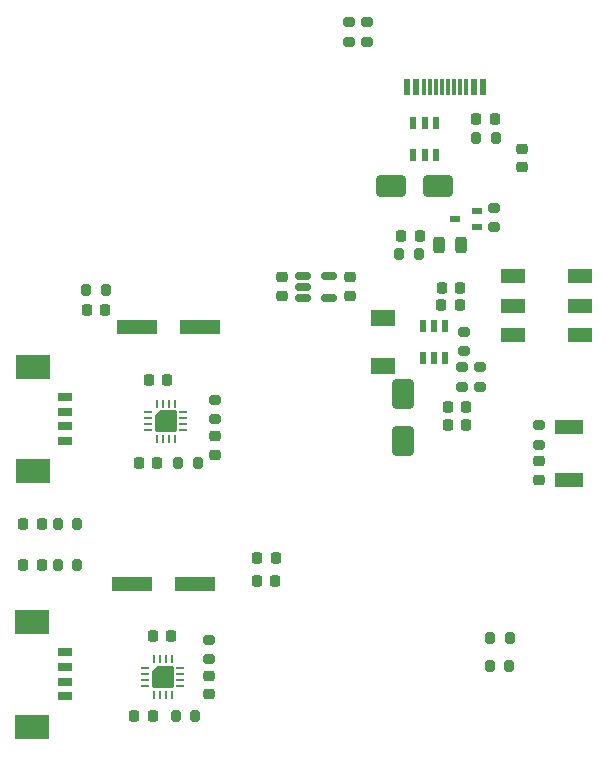
<source format=gtp>
%TF.GenerationSoftware,KiCad,Pcbnew,7.0.11-7.0.11~ubuntu22.04.1*%
%TF.CreationDate,2024-03-24T21:54:49+08:00*%
%TF.ProjectId,motor-controller-pcb,6d6f746f-722d-4636-9f6e-74726f6c6c65,2.1b2*%
%TF.SameCoordinates,Original*%
%TF.FileFunction,Paste,Top*%
%TF.FilePolarity,Positive*%
%FSLAX46Y46*%
G04 Gerber Fmt 4.6, Leading zero omitted, Abs format (unit mm)*
G04 Created by KiCad (PCBNEW 7.0.11-7.0.11~ubuntu22.04.1) date 2024-03-24 21:54:49*
%MOMM*%
%LPD*%
G01*
G04 APERTURE LIST*
G04 Aperture macros list*
%AMRoundRect*
0 Rectangle with rounded corners*
0 $1 Rounding radius*
0 $2 $3 $4 $5 $6 $7 $8 $9 X,Y pos of 4 corners*
0 Add a 4 corners polygon primitive as box body*
4,1,4,$2,$3,$4,$5,$6,$7,$8,$9,$2,$3,0*
0 Add four circle primitives for the rounded corners*
1,1,$1+$1,$2,$3*
1,1,$1+$1,$4,$5*
1,1,$1+$1,$6,$7*
1,1,$1+$1,$8,$9*
0 Add four rect primitives between the rounded corners*
20,1,$1+$1,$2,$3,$4,$5,0*
20,1,$1+$1,$4,$5,$6,$7,0*
20,1,$1+$1,$6,$7,$8,$9,0*
20,1,$1+$1,$8,$9,$2,$3,0*%
%AMFreePoly0*
4,1,14,0.885355,0.885355,0.900000,0.850000,0.900000,-0.850000,0.885355,-0.885355,0.850000,-0.900000,-0.500000,-0.900000,-0.535355,-0.885356,-0.885355,-0.535355,-0.900000,-0.500000,-0.900000,0.850000,-0.885355,0.885355,-0.850000,0.900000,0.850000,0.900000,0.885355,0.885355,0.885355,0.885355,$1*%
G04 Aperture macros list end*
%ADD10RoundRect,0.225000X-0.250000X0.225000X-0.250000X-0.225000X0.250000X-0.225000X0.250000X0.225000X0*%
%ADD11R,2.000000X1.200000*%
%ADD12R,1.300000X0.800000*%
%ADD13R,3.000000X2.100000*%
%ADD14RoundRect,0.225000X0.225000X0.250000X-0.225000X0.250000X-0.225000X-0.250000X0.225000X-0.250000X0*%
%ADD15RoundRect,0.200000X-0.200000X-0.275000X0.200000X-0.275000X0.200000X0.275000X-0.200000X0.275000X0*%
%ADD16R,0.800000X0.280000*%
%ADD17R,0.280000X0.800000*%
%ADD18FreePoly0,270.000000*%
%ADD19RoundRect,0.200000X0.275000X-0.200000X0.275000X0.200000X-0.275000X0.200000X-0.275000X-0.200000X0*%
%ADD20R,2.400000X1.300000*%
%ADD21RoundRect,0.225000X-0.225000X-0.250000X0.225000X-0.250000X0.225000X0.250000X-0.225000X0.250000X0*%
%ADD22R,3.500000X1.200000*%
%ADD23RoundRect,0.218750X-0.218750X-0.256250X0.218750X-0.256250X0.218750X0.256250X-0.218750X0.256250X0*%
%ADD24R,0.600000X1.450000*%
%ADD25R,0.300000X1.450000*%
%ADD26RoundRect,0.200000X0.200000X0.275000X-0.200000X0.275000X-0.200000X-0.275000X0.200000X-0.275000X0*%
%ADD27R,0.600000X1.100000*%
%ADD28RoundRect,0.250000X-1.000000X-0.650000X1.000000X-0.650000X1.000000X0.650000X-1.000000X0.650000X0*%
%ADD29R,0.920000X0.520000*%
%ADD30R,2.120000X1.400000*%
%ADD31RoundRect,0.250000X0.650000X-1.000000X0.650000X1.000000X-0.650000X1.000000X-0.650000X-1.000000X0*%
%ADD32RoundRect,0.225000X0.250000X-0.225000X0.250000X0.225000X-0.250000X0.225000X-0.250000X-0.225000X0*%
%ADD33RoundRect,0.200000X-0.275000X0.200000X-0.275000X-0.200000X0.275000X-0.200000X0.275000X0.200000X0*%
%ADD34RoundRect,0.150000X-0.512500X-0.150000X0.512500X-0.150000X0.512500X0.150000X-0.512500X0.150000X0*%
%ADD35RoundRect,0.243750X-0.243750X-0.456250X0.243750X-0.456250X0.243750X0.456250X-0.243750X0.456250X0*%
G04 APERTURE END LIST*
D10*
%TO.C,C17*%
X133155000Y-82730000D03*
X133155000Y-84280000D03*
%TD*%
D11*
%TO.C,SW1*%
X152650000Y-82650000D03*
X152650000Y-85150000D03*
X152650000Y-87650000D03*
X146950000Y-82650000D03*
X146950000Y-85150000D03*
X146950000Y-87650000D03*
%TD*%
D12*
%TO.C,J3*%
X109020000Y-92850000D03*
X109020000Y-94110000D03*
X109020000Y-95350000D03*
X109020000Y-96600000D03*
D13*
X106280000Y-99160000D03*
X106280000Y-90300000D03*
%TD*%
D14*
%TO.C,C9*%
X142450000Y-85120000D03*
X140900000Y-85120000D03*
%TD*%
D15*
%TO.C,R7*%
X143835000Y-70930000D03*
X145485000Y-70930000D03*
%TD*%
D16*
%TO.C,U5*%
X115805000Y-115840000D03*
X115805000Y-116340000D03*
X115805000Y-116840000D03*
X115805000Y-117340000D03*
D17*
X116555000Y-118090000D03*
X117055000Y-118090000D03*
X117555000Y-118090000D03*
X118055000Y-118090000D03*
D16*
X118805000Y-117340000D03*
X118805000Y-116840000D03*
X118805000Y-116340000D03*
X118805000Y-115840000D03*
D17*
X118055000Y-115090000D03*
X117555000Y-115090000D03*
X117055000Y-115090000D03*
X116555000Y-115090000D03*
D18*
X117305000Y-116590000D03*
%TD*%
D19*
%TO.C,R15*%
X142670000Y-92010000D03*
X142670000Y-90360000D03*
%TD*%
D12*
%TO.C,J7*%
X108990000Y-114460000D03*
X108990000Y-115720000D03*
X108990000Y-116960000D03*
X108990000Y-118210000D03*
D13*
X106250000Y-120770000D03*
X106250000Y-111910000D03*
%TD*%
D20*
%TO.C,SW2*%
X151710000Y-95370000D03*
X151710000Y-99870000D03*
%TD*%
D15*
%TO.C,R18*%
X110840000Y-83850000D03*
X112490000Y-83850000D03*
%TD*%
D21*
%TO.C,C8*%
X140910000Y-83600000D03*
X142460000Y-83600000D03*
%TD*%
%TO.C,C3*%
X143870000Y-69370000D03*
X145420000Y-69370000D03*
%TD*%
D22*
%TO.C,C16*%
X120025000Y-108700000D03*
X114685000Y-108700000D03*
%TD*%
D23*
%TO.C,D5*%
X110875000Y-85470000D03*
X112450000Y-85470000D03*
%TD*%
D10*
%TO.C,C4*%
X121740000Y-96190000D03*
X121740000Y-97740000D03*
%TD*%
%TO.C,C11*%
X121225000Y-116470000D03*
X121225000Y-118020000D03*
%TD*%
D24*
%TO.C,J1*%
X144450000Y-66585000D03*
X143650000Y-66585000D03*
D25*
X142450000Y-66585000D03*
X141450000Y-66585000D03*
X140950000Y-66585000D03*
X139950000Y-66585000D03*
D24*
X138750000Y-66585000D03*
X137950000Y-66585000D03*
X137950000Y-66585000D03*
X138750000Y-66585000D03*
D25*
X139450000Y-66585000D03*
X140450000Y-66585000D03*
X141950000Y-66585000D03*
X142950000Y-66585000D03*
D24*
X143650000Y-66585000D03*
X144450000Y-66585000D03*
%TD*%
D26*
%TO.C,R1*%
X138970000Y-80790000D03*
X137320000Y-80790000D03*
%TD*%
D27*
%TO.C,U3*%
X139320000Y-89532500D03*
X140270000Y-89532500D03*
X141220000Y-89532500D03*
X141220000Y-86832500D03*
X140270000Y-86832500D03*
X139320000Y-86832500D03*
%TD*%
D26*
%TO.C,R10*%
X110085000Y-103590000D03*
X108435000Y-103590000D03*
%TD*%
D23*
%TO.C,D3*%
X105485000Y-107110000D03*
X107060000Y-107110000D03*
%TD*%
D21*
%TO.C,C1*%
X125286300Y-108432200D03*
X126836300Y-108432200D03*
%TD*%
D19*
%TO.C,R12*%
X142790000Y-88980000D03*
X142790000Y-87330000D03*
%TD*%
D28*
%TO.C,D6*%
X136620000Y-75000000D03*
X140620000Y-75000000D03*
%TD*%
D21*
%TO.C,C13*%
X141450000Y-95270000D03*
X143000000Y-95270000D03*
%TD*%
D23*
%TO.C,D4*%
X137470000Y-79250000D03*
X139045000Y-79250000D03*
%TD*%
D29*
%TO.C,Q2*%
X143920000Y-78447500D03*
X143920000Y-77147500D03*
X142020000Y-77797500D03*
%TD*%
D30*
%TO.C,L2*%
X135990000Y-86180000D03*
X135990000Y-90240000D03*
%TD*%
D31*
%TO.C,D1*%
X137620000Y-96590000D03*
X137620000Y-92590000D03*
%TD*%
D14*
%TO.C,C14*%
X143000000Y-93730000D03*
X141450000Y-93730000D03*
%TD*%
D16*
%TO.C,U2*%
X116060000Y-94170000D03*
X116060000Y-94670000D03*
X116060000Y-95170000D03*
X116060000Y-95670000D03*
D17*
X116810000Y-96420000D03*
X117310000Y-96420000D03*
X117810000Y-96420000D03*
X118310000Y-96420000D03*
D16*
X119060000Y-95670000D03*
X119060000Y-95170000D03*
X119060000Y-94670000D03*
X119060000Y-94170000D03*
D17*
X118310000Y-93420000D03*
X117810000Y-93420000D03*
X117310000Y-93420000D03*
X116810000Y-93420000D03*
D18*
X117560000Y-94920000D03*
%TD*%
D26*
%TO.C,R11*%
X110065000Y-107110000D03*
X108415000Y-107110000D03*
%TD*%
D32*
%TO.C,C10*%
X149120000Y-99860000D03*
X149120000Y-98310000D03*
%TD*%
D14*
%TO.C,C15*%
X118025000Y-113100000D03*
X116475000Y-113100000D03*
%TD*%
D19*
%TO.C,R13*%
X149130000Y-96910000D03*
X149130000Y-95260000D03*
%TD*%
D32*
%TO.C,C18*%
X127405000Y-84290000D03*
X127405000Y-82740000D03*
%TD*%
D27*
%TO.C,Q1*%
X138535000Y-72375000D03*
X139485000Y-72375000D03*
X140435000Y-72375000D03*
X140435000Y-69675000D03*
X139485000Y-69675000D03*
X138535000Y-69675000D03*
%TD*%
D10*
%TO.C,C2*%
X147700000Y-71870000D03*
X147700000Y-73420000D03*
%TD*%
D14*
%TO.C,C6*%
X117680000Y-91390000D03*
X116130000Y-91390000D03*
%TD*%
D33*
%TO.C,R6*%
X121740000Y-93100000D03*
X121740000Y-94750000D03*
%TD*%
D26*
%TO.C,R17*%
X120045000Y-119850000D03*
X118395000Y-119850000D03*
%TD*%
D33*
%TO.C,R8*%
X145380000Y-76860000D03*
X145380000Y-78510000D03*
%TD*%
%TO.C,R2*%
X133050000Y-61142500D03*
X133050000Y-62792500D03*
%TD*%
D26*
%TO.C,R4*%
X146682500Y-113230000D03*
X145032500Y-113230000D03*
%TD*%
D23*
%TO.C,L1*%
X125305000Y-106480000D03*
X126880000Y-106480000D03*
%TD*%
D22*
%TO.C,C7*%
X120460000Y-86940000D03*
X115120000Y-86940000D03*
%TD*%
D34*
%TO.C,U7*%
X129142500Y-82600000D03*
X129142500Y-83550000D03*
X129142500Y-84500000D03*
X131417500Y-84500000D03*
X131417500Y-82600000D03*
%TD*%
D14*
%TO.C,C5*%
X116860000Y-98440000D03*
X115310000Y-98440000D03*
%TD*%
D33*
%TO.C,R14*%
X121255000Y-113400000D03*
X121255000Y-115050000D03*
%TD*%
D14*
%TO.C,C12*%
X116455000Y-119850000D03*
X114905000Y-119850000D03*
%TD*%
D23*
%TO.C,D2*%
X105497500Y-103590000D03*
X107072500Y-103590000D03*
%TD*%
D19*
%TO.C,R3*%
X134560000Y-62797500D03*
X134560000Y-61147500D03*
%TD*%
D35*
%TO.C,F1*%
X140670000Y-80010000D03*
X142545000Y-80010000D03*
%TD*%
D26*
%TO.C,R9*%
X120280000Y-98460000D03*
X118630000Y-98460000D03*
%TD*%
D15*
%TO.C,R5*%
X145012500Y-115660000D03*
X146662500Y-115660000D03*
%TD*%
D33*
%TO.C,R16*%
X144170000Y-90360000D03*
X144170000Y-92010000D03*
%TD*%
M02*

</source>
